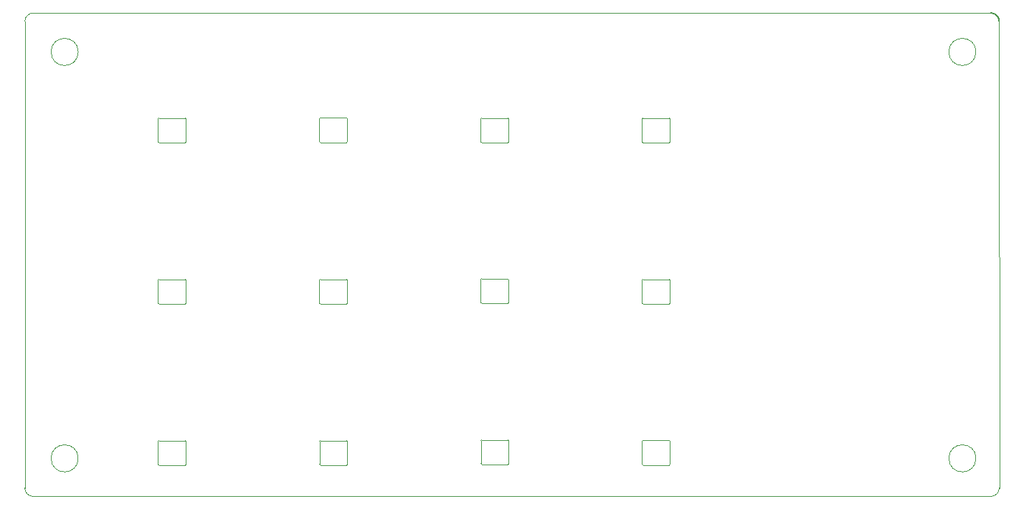
<source format=gbr>
%TF.GenerationSoftware,KiCad,Pcbnew,7.0.10*%
%TF.CreationDate,2026-02-14T21:30:49-08:00*%
%TF.ProjectId,12kempV2.1,31326b65-6d70-4563-922e-312e6b696361,rev?*%
%TF.SameCoordinates,Original*%
%TF.FileFunction,Profile,NP*%
%FSLAX46Y46*%
G04 Gerber Fmt 4.6, Leading zero omitted, Abs format (unit mm)*
G04 Created by KiCad (PCBNEW 7.0.10) date 2026-02-14 21:30:49*
%MOMM*%
%LPD*%
G01*
G04 APERTURE LIST*
%TA.AperFunction,Profile*%
%ADD10C,0.100000*%
%TD*%
%TA.AperFunction,Profile*%
%ADD11C,0.200000*%
%TD*%
%TA.AperFunction,Profile*%
%ADD12C,0.025400*%
%TD*%
%TA.AperFunction,Profile*%
%ADD13C,0.050000*%
%TD*%
G04 APERTURE END LIST*
D10*
X206360000Y-118492900D02*
G75*
G03*
X207360000Y-117492889I0J1000000D01*
G01*
X93300000Y-61400000D02*
G75*
G03*
X92300000Y-62400000I0J-1000000D01*
G01*
X207350000Y-62400000D02*
X207360000Y-117492889D01*
X198200000Y-61400000D02*
X206350000Y-61400000D01*
X92300000Y-117500000D02*
G75*
G03*
X93300000Y-118500000I1000000J0D01*
G01*
X204600000Y-66000000D02*
G75*
G03*
X201400000Y-66000000I-1600000J0D01*
G01*
X201400000Y-66000000D02*
G75*
G03*
X204600000Y-66000000I1600000J0D01*
G01*
X92300000Y-117500000D02*
X92300000Y-62400000D01*
D11*
X207350000Y-62400000D02*
G75*
G03*
X206350000Y-61400000I-1000000J0D01*
G01*
D10*
X98600000Y-114000000D02*
G75*
G03*
X95400000Y-114000000I-1600000J0D01*
G01*
X95400000Y-114000000D02*
G75*
G03*
X98600000Y-114000000I1600000J0D01*
G01*
X98600125Y-66000000D02*
G75*
G03*
X95399875Y-66000000I-1600125J0D01*
G01*
X95399875Y-66000000D02*
G75*
G03*
X98600125Y-66000000I1600125J0D01*
G01*
X206360000Y-118492889D02*
X93300000Y-118500000D01*
X204600003Y-114000000D02*
G75*
G03*
X201399997Y-114000000I-1600003J0D01*
G01*
X201399997Y-114000000D02*
G75*
G03*
X204600003Y-114000000I1600003J0D01*
G01*
X93300000Y-61400000D02*
X198200000Y-61400000D01*
D12*
%TO.C,LED6*%
X130380000Y-92950000D02*
X130380000Y-95650000D01*
X130280000Y-95750000D02*
X127180000Y-95750000D01*
X130280000Y-92850000D02*
X127180000Y-92850000D01*
X127080000Y-95650000D02*
X127080000Y-92950000D01*
D13*
X130280000Y-95750000D02*
G75*
G03*
X130380000Y-95650000I1J99999D01*
G01*
X130380000Y-92950000D02*
G75*
G03*
X130280000Y-92850000I-99999J1D01*
G01*
X127080000Y-95650000D02*
G75*
G03*
X127180000Y-95750000I100000J0D01*
G01*
X127180000Y-92850000D02*
G75*
G03*
X127080000Y-92950000I0J-100000D01*
G01*
D12*
%TO.C,LED9*%
X111330000Y-112000000D02*
X111330000Y-114700000D01*
X111230000Y-114800000D02*
X108130000Y-114800000D01*
X111230000Y-111900000D02*
X108130000Y-111900000D01*
X108030000Y-114700000D02*
X108030000Y-112000000D01*
D13*
X111230000Y-114800000D02*
G75*
G03*
X111330000Y-114700000I1J99999D01*
G01*
X111330000Y-112000000D02*
G75*
G03*
X111230000Y-111900000I-99999J1D01*
G01*
X108030000Y-114700000D02*
G75*
G03*
X108130000Y-114800000I100000J0D01*
G01*
X108130000Y-111900000D02*
G75*
G03*
X108030000Y-112000000I0J-100000D01*
G01*
D12*
%TO.C,LED1*%
X111330000Y-73900000D02*
X111330000Y-76600000D01*
X111230000Y-76700000D02*
X108130000Y-76700000D01*
X111230000Y-73800000D02*
X108130000Y-73800000D01*
X108030000Y-76600000D02*
X108030000Y-73900000D01*
D13*
X111230000Y-76700000D02*
G75*
G03*
X111330000Y-76600000I1J99999D01*
G01*
X111330000Y-73900000D02*
G75*
G03*
X111230000Y-73800000I-99999J1D01*
G01*
X108030000Y-76600000D02*
G75*
G03*
X108130000Y-76700000I100000J0D01*
G01*
X108130000Y-73800000D02*
G75*
G03*
X108030000Y-73900000I0J-100000D01*
G01*
D12*
%TO.C,LED3*%
X149430000Y-73900000D02*
X149430000Y-76600000D01*
X149330000Y-76700000D02*
X146230000Y-76700000D01*
X149330000Y-73800000D02*
X146230000Y-73800000D01*
X146130000Y-76600000D02*
X146130000Y-73900000D01*
D13*
X149330000Y-76700000D02*
G75*
G03*
X149430000Y-76600000I1J99999D01*
G01*
X149430000Y-73900000D02*
G75*
G03*
X149330000Y-73800000I-99999J1D01*
G01*
X146130000Y-76600000D02*
G75*
G03*
X146230000Y-76700000I100000J0D01*
G01*
X146230000Y-73800000D02*
G75*
G03*
X146130000Y-73900000I0J-100000D01*
G01*
D12*
%TO.C,LED4*%
X168470000Y-73900000D02*
X168470000Y-76600000D01*
X168370000Y-76700000D02*
X165270000Y-76700000D01*
X168370000Y-73800000D02*
X165270000Y-73800000D01*
X165170000Y-76600000D02*
X165170000Y-73900000D01*
D13*
X168370000Y-76700000D02*
G75*
G03*
X168470000Y-76600000I1J99999D01*
G01*
X168470000Y-73900000D02*
G75*
G03*
X168370000Y-73800000I-99999J1D01*
G01*
X165170000Y-76600000D02*
G75*
G03*
X165270000Y-76700000I100000J0D01*
G01*
X165270000Y-73800000D02*
G75*
G03*
X165170000Y-73900000I0J-100000D01*
G01*
D12*
%TO.C,LED5*%
X111330000Y-92950000D02*
X111330000Y-95650000D01*
X111230000Y-95750000D02*
X108130000Y-95750000D01*
X111230000Y-92850000D02*
X108130000Y-92850000D01*
X108030000Y-95650000D02*
X108030000Y-92950000D01*
D13*
X111230000Y-95750000D02*
G75*
G03*
X111330000Y-95650000I1J99999D01*
G01*
X111330000Y-92950000D02*
G75*
G03*
X111230000Y-92850000I-99999J1D01*
G01*
X108030000Y-95650000D02*
G75*
G03*
X108130000Y-95750000I100000J0D01*
G01*
X108130000Y-92850000D02*
G75*
G03*
X108030000Y-92950000I0J-100000D01*
G01*
D12*
%TO.C,LED8*%
X168480000Y-92950000D02*
X168480000Y-95650000D01*
X168380000Y-95750000D02*
X165280000Y-95750000D01*
X168380000Y-92850000D02*
X165280000Y-92850000D01*
X165180000Y-95650000D02*
X165180000Y-92950000D01*
D13*
X168380000Y-95750000D02*
G75*
G03*
X168480000Y-95650000I1J99999D01*
G01*
X168480000Y-92950000D02*
G75*
G03*
X168380000Y-92850000I-99999J1D01*
G01*
X165180000Y-95650000D02*
G75*
G03*
X165280000Y-95750000I100000J0D01*
G01*
X165280000Y-92850000D02*
G75*
G03*
X165180000Y-92950000I0J-100000D01*
G01*
D12*
%TO.C,LED7*%
X149430000Y-92880000D02*
X149430000Y-95580000D01*
X149330000Y-95680000D02*
X146230000Y-95680000D01*
X149330000Y-92780000D02*
X146230000Y-92780000D01*
X146130000Y-95580000D02*
X146130000Y-92880000D01*
D13*
X149330000Y-95680000D02*
G75*
G03*
X149430000Y-95580000I1J99999D01*
G01*
X149430000Y-92880000D02*
G75*
G03*
X149330000Y-92780000I-99999J1D01*
G01*
X146130000Y-95580000D02*
G75*
G03*
X146230000Y-95680000I100000J0D01*
G01*
X146230000Y-92780000D02*
G75*
G03*
X146130000Y-92880000I0J-100000D01*
G01*
D12*
%TO.C,LED12*%
X168480000Y-111990000D02*
X168480000Y-114690000D01*
X168380000Y-114790000D02*
X165280000Y-114790000D01*
X168380000Y-111890000D02*
X165280000Y-111890000D01*
X165180000Y-114690000D02*
X165180000Y-111990000D01*
D13*
X168380000Y-114790000D02*
G75*
G03*
X168480000Y-114690000I1J99999D01*
G01*
X168480000Y-111990000D02*
G75*
G03*
X168380000Y-111890000I-99999J1D01*
G01*
X165180000Y-114690000D02*
G75*
G03*
X165280000Y-114790000I100000J0D01*
G01*
X165280000Y-111890000D02*
G75*
G03*
X165180000Y-111990000I0J-100000D01*
G01*
D12*
%TO.C,LED2*%
X130380000Y-73890000D02*
X130380000Y-76590000D01*
X130280000Y-76690000D02*
X127180000Y-76690000D01*
X130280000Y-73790000D02*
X127180000Y-73790000D01*
X127080000Y-76590000D02*
X127080000Y-73890000D01*
D13*
X130280000Y-76690000D02*
G75*
G03*
X130380000Y-76590000I1J99999D01*
G01*
X130380000Y-73890000D02*
G75*
G03*
X130280000Y-73790000I-99999J1D01*
G01*
X127080000Y-76590000D02*
G75*
G03*
X127180000Y-76690000I100000J0D01*
G01*
X127180000Y-73790000D02*
G75*
G03*
X127080000Y-73890000I0J-100000D01*
G01*
D12*
%TO.C,LED10*%
X130390000Y-112000000D02*
X130390000Y-114700000D01*
X130290000Y-114800000D02*
X127190000Y-114800000D01*
X130290000Y-111900000D02*
X127190000Y-111900000D01*
X127090000Y-114700000D02*
X127090000Y-112000000D01*
D13*
X130290000Y-114800000D02*
G75*
G03*
X130390000Y-114700000I1J99999D01*
G01*
X130390000Y-112000000D02*
G75*
G03*
X130290000Y-111900000I-99999J1D01*
G01*
X127090000Y-114700000D02*
G75*
G03*
X127190000Y-114800000I100000J0D01*
G01*
X127190000Y-111900000D02*
G75*
G03*
X127090000Y-112000000I0J-100000D01*
G01*
D12*
%TO.C,LED11*%
X149440000Y-111920000D02*
X149440000Y-114620000D01*
X149340000Y-114720000D02*
X146240000Y-114720000D01*
X149340000Y-111820000D02*
X146240000Y-111820000D01*
X146140000Y-114620000D02*
X146140000Y-111920000D01*
D13*
X149340000Y-114720000D02*
G75*
G03*
X149440000Y-114620000I1J99999D01*
G01*
X149440000Y-111920000D02*
G75*
G03*
X149340000Y-111820000I-99999J1D01*
G01*
X146140000Y-114620000D02*
G75*
G03*
X146240000Y-114720000I100000J0D01*
G01*
X146240000Y-111820000D02*
G75*
G03*
X146140000Y-111920000I0J-100000D01*
G01*
%TD*%
M02*

</source>
